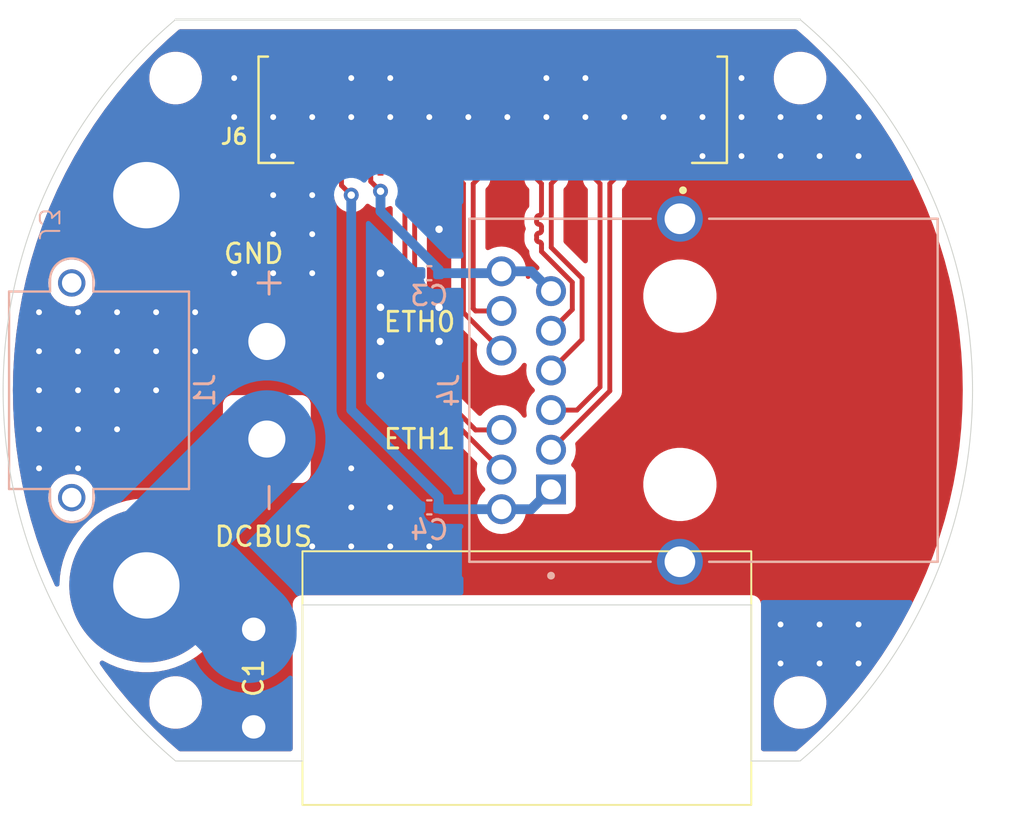
<source format=kicad_pcb>
(kicad_pcb (version 20240108) (generator "pcbnew") (generator_version "8.0")
  (layers (0 "F.Cu" signal "Front Layer") (31 "B.Cu" signal "Bottom Layer") (34 "B.Paste" user) (35 "F.Paste" user) (36 "B.SilkS" user "B.Silkscreen") (37 "F.SilkS" user "F.Silkscreen") (38 "B.Mask" user) (39 "F.Mask" user) (44 "Edge.Cuts" user))
  (net 0 "")
  (net 1 "DCBUS")
  (net 2 "GND")
  (net 3 "/ETH0_TX_N")
  (net 4 "/ETH1_CT1")
  (net 5 "/ETH0_RX_P")
  (net 6 "/ETH1_RX_P")
  (net 7 "/ETH1_TX_N")
  (net 8 "/ETH0_CT1")
  (net 9 "/ETH1_RX_N")
  (net 10 "/ETH0_RX_N")
  (net 11 "/ETH0_TX_P")
  (net 12 "/ETH1_TX_P")
  (net 13 "SHIELD")
  (footprint "Caps:CP_Radial_D13.0mm_P5.00mm-Horizontal" (layer "F.Cu") (at 138 114.75)
    (property "Reference" "C1" (at 0 0 -90) (layer "F.SilkS"))
    (property "Value" "100V 330uF")
    (fp_rect (start 2.5 -6.5) (end 25.5 6.5) (stroke (width 0.1)) (fill none) (layer "F.SilkS"))
    (pad "1" thru_hole rect (at 0 -2.5) (size 2.4 2.4) (drill 1.2) (layers "*.Cu" "*.Mask") (net 1 "DCBUS"))
    (pad "2" thru_hole circle (at 0 2.5 270) (size 2.4 2.4) (drill 1.2) (layers "*.Cu" "*.Mask") (net 2 "GND"))
  )
  (footprint "MountingHole:MountingHole_2.2mm_M2" (layer "F.Cu") (at 166 116)
    (property "Reference" "H4" (hide yes))
    (property "Value" "MountingHole" (hide yes))
    (pad "" np_thru_hole circle (at 0 0) (size 2.2 2.2) (drill 2.2) (layers "*.Cu" "*.Mask"))
  )
  (footprint "FH41:HRS_FH41-40S-0.5SH_05_" (layer "F.Cu") (at 150.25 85.7 180)
    (property "Reference" "J6" (at 13.25 -1.3 0) (layer "F.SilkS") (effects (font (size 0.787402 0.787402))))
    (property "Value" "FH41-40S-0.5SH_05_")
    (fp_line (start 12 2.8) (end 12 -2.65) (stroke (width 0.127)) (layer "F.SilkS"))
    (fp_line (start 12 -2.65) (end 10.22 -2.65) (stroke (width 0.127)) (layer "F.SilkS"))
    (fp_line (start 11.52 2.8) (end 12 2.8) (stroke (width 0.127)) (layer "F.SilkS"))
    (fp_line (start -10.22 -2.65) (end -12 -2.65) (stroke (width 0.127)) (layer "F.SilkS"))
    (fp_line (start -12 2.8) (end -11.52 2.8) (stroke (width 0.127)) (layer "F.SilkS"))
    (fp_line (start -12 -2.65) (end -12 2.8) (stroke (width 0.127)) (layer "F.SilkS"))
    (fp_circle (center -9.75 -4.05) (end -9.65 -4.05) (stroke (width 0.2)) (fill none) (layer "F.SilkS"))
    (pad "1" smd rect (at -9.75 -2.975 180) (size 0.3 0.65) (layers "F.Cu") (net 2 "GND"))
    (pad "2" smd rect (at -9.25 -2.975 180) (size 0.3 0.65) (layers "F.Cu") (net 2 "GND"))
    (pad "3" smd rect (at -8.75 -2.975 180) (size 0.3 0.65) (layers "F.Cu") (net 2 "GND"))
    (pad "4" smd rect (at -8.25 -2.975 180) (size 0.3 0.65) (layers "F.Cu") (net 2 "GND"))
    (pad "5" smd rect (at -7.75 -2.975 180) (size 0.3 0.65) (layers "F.Cu") (net 2 "GND"))
    (pad "6" smd rect (at -7.25 -2.975 180) (size 0.3 0.65) (layers "F.Cu") (net 2 "GND"))
    (pad "7" smd rect (at -6.75 -2.975 180) (size 0.3 0.65) (layers "F.Cu") (net 2 "GND"))
    (pad "8" smd rect (at -6.25 -2.975 180) (size 0.3 0.65) (layers "F.Cu") (net 9 "/ETH1_RX_N"))
    (pad "9" smd rect (at -5.75 -2.975 180) (size 0.3 0.65) (layers "F.Cu") (net 2 "GND"))
    (pad "10" smd rect (at -5.25 -2.975 180) (size 0.3 0.65) (layers "F.Cu") (net 6 "/ETH1_RX_P"))
    (pad "11" smd rect (at -4.75 -2.975 180) (size 0.3 0.65) (layers "F.Cu") (net 2 "GND"))
    (pad "12" smd rect (at -4.25 -2.975 180) (size 0.3 0.65) (layers "F.Cu") (net 2 "GND"))
    (pad "13" smd rect (at -3.75 -2.975 180) (size 0.3 0.65) (layers "F.Cu") (net 2 "GND"))
    (pad "14" smd rect (at -3.25 -2.975 180) (size 0.3 0.65) (layers "F.Cu") (net 11 "/ETH0_TX_P"))
    (pad "15" smd rect (at -2.75 -2.975 180) (size 0.3 0.65) (layers "F.Cu") (net 2 "GND"))
    (pad "16" smd rect (at -2.25 -2.975 180) (size 0.3 0.65) (layers "F.Cu") (net 3 "/ETH0_TX_N"))
    (pad "17" smd rect (at -1.75 -2.975 180) (size 0.3 0.65) (layers "F.Cu") (net 2 "GND"))
    (pad "18" smd rect (at -1.25 -2.975 180) (size 0.3 0.65) (layers "F.Cu") (net 2 "GND"))
    (pad "19" smd rect (at -0.75 -2.975 180) (size 0.3 0.65) (layers "F.Cu") (net 2 "GND"))
    (pad "20" smd rect (at -0.25 -2.975 180) (size 0.3 0.65) (layers "F.Cu") (net 2 "GND"))
    (pad "21" smd rect (at 0.25 -2.975 180) (size 0.3 0.65) (layers "F.Cu") (net 2 "GND"))
    (pad "22" smd rect (at 0.75 -2.975 180) (size 0.3 0.65) (layers "F.Cu") (net 5 "/ETH0_RX_P"))
    (pad "23" smd rect (at 1.25 -2.975 180) (size 0.3 0.65) (layers "F.Cu") (net 2 "GND"))
    (pad "24" smd rect (at 1.75 -2.975 180) (size 0.3 0.65) (layers "F.Cu") (net 10 "/ETH0_RX_N"))
    (pad "25" smd rect (at 2.25 -2.975 180) (size 0.3 0.65) (layers "F.Cu") (net 2 "GND"))
    (pad "26" smd rect (at 2.75 -2.975 180) (size 0.3 0.65) (layers "F.Cu") (net 2 "GND"))
    (pad "27" smd rect (at 3.25 -2.975 180) (size 0.3 0.65) (layers "F.Cu") (net 2 "GND"))
    (pad "28" smd rect (at 3.75 -2.975 180) (size 0.3 0.65) (layers "F.Cu") (net 7 "/ETH1_TX_N"))
    (pad "29" smd rect (at 4.25 -2.975 180) (size 0.3 0.65) (layers "F.Cu") (net 2 "GND"))
    (pad "30" smd rect (at 4.75 -2.975 180) (size 0.3 0.65) (layers "F.Cu") (net 12 "/ETH1_TX_P"))
    (pad "31" smd rect (at 5.25 -2.975 180) (size 0.3 0.65) (layers "F.Cu") (net 2 "GND"))
    (pad "32" smd rect (at 5.75 -2.975 180) (size 0.3 0.65) (layers "F.Cu") (net 2 "GND"))
    (pad "33" smd rect (at 6.25 -2.975 180) (size 0.3 0.65) (layers "F.Cu") (net 8 "/ETH0_CT1"))
    (pad "34" smd rect (at 6.75 -2.975 180) (size 0.3 0.65) (layers "F.Cu") (net 2 "GND"))
    (pad "35" smd rect (at 7.25 -2.975 180) (size 0.3 0.65) (layers "F.Cu") (net 2 "GND"))
    (pad "36" smd rect (at 7.75 -2.975 180) (size 0.3 0.65) (layers "F.Cu") (net 4 "/ETH1_CT1"))
    (pad "37" smd rect (at 8.25 -2.975 180) (size 0.3 0.65) (layers "F.Cu") (net 2 "GND"))
    (pad "38" smd rect (at 8.75 -2.975 180) (size 0.3 0.65) (layers "F.Cu") (net 2 "GND"))
    (pad "39" smd rect (at 9.25 -2.975 180) (size 0.3 0.65) (layers "F.Cu") (net 2 "GND"))
    (pad "40" smd rect (at 9.75 -2.975 180) (size 0.3 0.65) (layers "F.Cu") (net 2 "GND"))
    (pad "41" smd rect (at -8.75 2.7 180) (size 0.3 1.2) (layers "F.Cu" "F.Mask") (net 13 "SHIELD"))
    (pad "42" smd rect (at -6.25 2.7 180) (size 0.3 1.2) (layers "F.Cu" "F.Mask") (net 13 "SHIELD"))
    (pad "43" smd rect (at -3.75 2.7 180) (size 0.3 1.2) (layers "F.Cu" "F.Mask") (net 13 "SHIELD"))
    (pad "44" smd rect (at -1.25 2.7 180) (size 0.3 1.2) (layers "F.Cu" "F.Mask") (net 13 "SHIELD"))
    (pad "45" smd rect (at 1.25 2.7 180) (size 0.3 1.2) (layers "F.Cu" "F.Mask") (net 13 "SHIELD"))
    (pad "46" smd rect (at 3.75 2.7 180) (size 0.3 1.2) (layers "F.Cu" "F.Mask") (net 13 "SHIELD"))
    (pad "47" smd rect (at 6.25 2.7 180) (size 0.3 1.2) (layers "F.Cu" "F.Mask") (net 13 "SHIELD"))
    (pad "48" smd rect (at 8.75 2.7 180) (size 0.3 1.2) (layers "F.Cu" "F.Mask") (net 13 "SHIELD"))
    (pad "49" smd rect (at -11 2.275 180) (size 0.4 1.55) (layers "F.Cu" "F.Paste" "F.Mask") (net 13 "SHIELD"))
    (pad "50" smd rect (at 11 2.275 180) (size 0.4 1.55) (layers "F.Cu" "F.Paste" "F.Mask") (net 13 "SHIELD"))
  )
  (footprint "MountingHole:MountingHole_2.2mm_M2" (layer "F.Cu") (at 134 116)
    (property "Reference" "H3" (hide yes))
    (property "Value" "MountingHole" (hide yes))
    (pad "" np_thru_hole circle (at 0 0) (size 2.2 2.2) (drill 2.2) (layers "*.Cu" "*.Mask"))
  )
  (footprint "MountingHole:MountingHole_2.2mm_M2" (layer "F.Cu") (at 166 84)
    (property "Reference" "H2" (hide yes))
    (property "Value" "MountingHole" (hide yes))
    (pad "" np_thru_hole circle (at 0 0) (size 2.2 2.2) (drill 2.2) (layers "*.Cu" "*.Mask"))
  )
  (footprint "MountingHole:MountingHole_2.2mm_M2" (layer "F.Cu") (at 134 84)
    (property "Reference" "H1" (hide yes))
    (property "Value" "MountingHole" (hide yes))
    (pad "" np_thru_hole circle (at 0 0) (size 2.2 2.2) (drill 2.2) (layers "*.Cu" "*.Mask"))
  )
  (footprint "Capacitor_SMD:C_0402_1005Metric" (layer "B.Cu") (at 147 106)
    (property "Reference" "C4" (at 0 1.16 0) (layer "B.SilkS") (effects (justify mirror)))
    (property "Value" "10pF")
    (fp_line (start 0.107836 -0.36) (end -0.107836 -0.36) (stroke (width 0.12)) (layer "B.SilkS"))
    (fp_line (start 0.107836 0.36) (end -0.107836 0.36) (stroke (width 0.12)) (layer "B.SilkS"))
    (pad "1" smd roundrect (at -0.48 0) (size 0.56 0.62) (layers "B.Cu" "B.Paste" "B.Mask") (net 2 "GND"))
    (pad "2" smd roundrect (at 0.48 0) (size 0.56 0.62) (layers "B.Cu" "B.Paste" "B.Mask") (net 4 "/ETH1_CT1"))
  )
  (footprint "Capacitor_SMD:C_0402_1005Metric" (layer "B.Cu") (at 147 94)
    (property "Reference" "C3" (at 0 1.16 0) (layer "B.SilkS") (effects (justify mirror)))
    (property "Value" "10pF")
    (fp_line (start 0.107836 -0.36) (end -0.107836 -0.36) (stroke (width 0.12)) (layer "B.SilkS"))
    (fp_line (start 0.107836 0.36) (end -0.107836 0.36) (stroke (width 0.12)) (layer "B.SilkS"))
    (pad "1" smd roundrect (at -0.48 0) (size 0.56 0.62) (layers "B.Cu" "B.Paste" "B.Mask") (net 2 "GND"))
    (pad "2" smd roundrect (at 0.48 0) (size 0.56 0.62) (layers "B.Cu" "B.Paste" "B.Mask") (net 8 "/ETH0_CT1"))
  )
  (footprint "holes:Dual Post" (layer "B.Cu") (at 132.5 100 90)
    (property "Reference" "J3" (at 8.5 -5 -90) (layer "B.SilkS") (effects (font (thickness 0.1)) (justify mirror)))
    (property "Value" "Mounting holes")
    (pad "1" thru_hole circle (at -10 0 90) (size 7.9 7.9) (drill 3.4) (layers "*.Cu" "*.Mask") (net 1 "DCBUS"))
    (pad "2" thru_hole circle (at 10 0 90) (size 7.9 7.9) (drill 3.4) (layers "*.Cu" "*.Mask") (net 2 "GND"))
  )
  (footprint "Connector_AMASS:AMASS_XT30PW-M_1x02_P2.50mm_Horizontal" (layer "B.Cu") (at 138.675 102.5 -90)
    (property "Reference" "J1" (at -2.5 3.175 90) (layer "B.SilkS") (effects (justify mirror)))
    (property "Value" "XT30PW-M")
    (fp_line (start 2.56 13.21) (end -7.56 13.21) (stroke (width 0.12)) (layer "B.SilkS"))
    (fp_line (start -7.56 11.11) (end -7.56 13.21) (stroke (width 0.12)) (layer "B.SilkS"))
    (fp_line (start -7.56 11.11) (end -8.15 11.11) (stroke (width 0.12)) (layer "B.SilkS"))
    (fp_line (start 2.56 11.11) (end 2.56 13.21) (stroke (width 0.12)) (layer "B.SilkS"))
    (fp_line (start 3.15 11.11) (end 2.56 11.11) (stroke (width 0.12)) (layer "B.SilkS"))
    (fp_line (start -7.56 8.89) (end -8.15 8.89) (stroke (width 0.12)) (layer "B.SilkS"))
    (fp_line (start 3.15 8.89) (end 2.56 8.89) (stroke (width 0.12)) (layer "B.SilkS"))
    (fp_line (start -7.56 3.99) (end -7.56 8.89) (stroke (width 0.12)) (layer "B.SilkS"))
    (fp_line (start 2.56 3.99) (end 2.56 8.89) (stroke (width 0.12)) (layer "B.SilkS"))
    (fp_line (start 2.56 3.99) (end -7.56 3.99) (stroke (width 0.12)) (layer "B.SilkS"))
    (fp_arc (start -8.15 11.11) (mid -9.26 10) (end -8.15 8.89) (stroke (width 0.12)) (layer "B.SilkS"))
    (fp_arc (start 3.15 8.89) (mid 4.26 10) (end 3.15 11.11) (stroke (width 0.12)) (layer "B.SilkS"))
    (fp_text user "+" (at -8 0 90) (layer "B.SilkS") (effects (font (size 1.5 1.5)) (justify mirror)))
    (fp_text user "-" (at 3 0 90) (layer "B.SilkS") (effects (font (size 1.5 1.5)) (justify mirror)))
    (pad "" thru_hole circle (at -8 10 270) (size 1.4 1.4) (drill 1) (layers "*.Cu" "*.Mask"))
    (pad "" thru_hole circle (at 3 10 270) (size 1.4 1.4) (drill 1) (layers "*.Cu" "*.Mask"))
    (pad "1" thru_hole rect (at 0 0 270) (size 3.5 3.5) (drill 1.9) (layers "*.Cu" "*.Mask") (net 1 "DCBUS"))
    (pad "2" thru_hole circle (at -5 0 270) (size 3.5 3.5) (drill 1.9) (layers "*.Cu" "*.Mask") (net 2 "GND"))
  )
  (footprint "RJ45:BEL_L8AL-1X1T-32A" (layer "B.Cu") (at 159.8425 100 90)
    (property "Reference" "J4" (at 0 -11.8425 90) (layer "B.SilkS") (effects (justify mirror)))
    (property "Value" "DNP")
    (fp_line (start 8.79 -10.79) (end -8.79 -10.79) (stroke (width 0.127)) (layer "B.SilkS"))
    (fp_line (start 8.79 -1.5) (end 8.79 -10.79) (stroke (width 0.127)) (layer "B.SilkS"))
    (fp_line (start -8.79 -1.5) (end -8.79 -10.79) (stroke (width 0.127)) (layer "B.SilkS"))
    (fp_line (start 8.79 13.21) (end 8.79 1.5) (stroke (width 0.127)) (layer "B.SilkS"))
    (fp_line (start 8.79 13.21) (end -8.79 13.21) (stroke (width 0.127)) (layer "B.SilkS"))
    (fp_line (start -8.79 13.21) (end -8.79 1.5) (stroke (width 0.127)) (layer "B.SilkS"))
    (fp_circle (center -9.5 -6.604) (end -9.4 -6.604) (stroke (width 0.2)) (fill none) (layer "B.SilkS"))
    (pad "" np_thru_hole circle (at -4.826 0 90) (size 3.2512 3.2512) (drill 3.2512) (layers "*.Cu" "*.Mask"))
    (pad "" np_thru_hole circle (at 4.826 0 90) (size 3.2512 3.2512) (drill 3.2512) (layers "*.Cu" "*.Mask"))
    (pad "1" thru_hole rect (at -5.08 -6.604 90) (size 1.53 1.53) (drill 1.02) (layers "*.Cu" "*.Mask") (net 4 "/ETH1_CT1"))
    (pad "2" thru_hole circle (at -3.048 -6.604 90) (size 1.53 1.53) (drill 1.02) (layers "*.Cu" "*.Mask") (net 9 "/ETH1_RX_N"))
    (pad "3" thru_hole circle (at -1.016 -6.604 90) (size 1.53 1.53) (drill 1.02) (layers "*.Cu" "*.Mask") (net 6 "/ETH1_RX_P"))
    (pad "4" thru_hole circle (at 1.016 -6.604 90) (size 1.53 1.53) (drill 1.02) (layers "*.Cu" "*.Mask") (net 11 "/ETH0_TX_P"))
    (pad "5" thru_hole circle (at 3.048 -6.604 90) (size 1.53 1.53) (drill 1.02) (layers "*.Cu" "*.Mask") (net 3 "/ETH0_TX_N"))
    (pad "6" thru_hole circle (at 5.08 -6.604 90) (size 1.53 1.53) (drill 1.02) (layers "*.Cu" "*.Mask") (net 8 "/ETH0_CT1"))
    (pad "7" thru_hole circle (at -6.096 -9.144 90) (size 1.53 1.53) (drill 1.02) (layers "*.Cu" "*.Mask") (net 4 "/ETH1_CT1"))
    (pad "8" thru_hole circle (at -4.064 -9.144 90) (size 1.53 1.53) (drill 1.02) (layers "*.Cu" "*.Mask") (net 12 "/ETH1_TX_P"))
    (pad "9" thru_hole circle (at -2.032 -9.144 90) (size 1.53 1.53) (drill 1.02) (layers "*.Cu" "*.Mask") (net 7 "/ETH1_TX_N"))
    (pad "10" thru_hole circle (at 2.032 -9.144 90) (size 1.53 1.53) (drill 1.02) (layers "*.Cu" "*.Mask") (net 10 "/ETH0_RX_N"))
    (pad "11" thru_hole circle (at 4.064 -9.144 90) (size 1.53 1.53) (drill 1.02) (layers "*.Cu" "*.Mask") (net 5 "/ETH0_RX_P"))
    (pad "12" thru_hole circle (at 6.096 -9.144 90) (size 1.53 1.53) (drill 1.02) (layers "*.Cu" "*.Mask") (net 8 "/ETH0_CT1"))
    (pad "S1" thru_hole circle (at -8.7884 0 90) (size 2.355 2.355) (drill 1.57) (layers "*.Cu" "*.Mask") (net 2 "GND"))
    (pad "S2" thru_hole circle (at 8.7884 0 90) (size 2.355 2.355) (drill 1.57) (layers "*.Cu" "*.Mask") (net 2 "GND"))
    (zone (net 0) (net_name "") (layer "B.Cu") (connect_pads (clearance 0)) (min_thickness 0.01)
      (keepout (tracks not_allowed) (vias not_allowed) (pads not_allowed) (copperpour not_allowed) (footprints allowed))
      (fill (thermal_gap 0.508) (thermal_bridge_width 0.508))
      (polygon (pts (xy 151.4625 101.395) (xy 151.4625 98.605) (xy 148.6725 98.605) (xy 148.6725 101.395)))
    )
    (zone (net 0) (net_name "") (layer "B.Cu") (connect_pads (clearance 0)) (min_thickness 0.01)
      (keepout (tracks not_allowed) (vias not_allowed) (pads not_allowed) (copperpour not_allowed) (footprints allowed))
      (fill (thermal_gap 0.508) (thermal_bridge_width 0.508))
      (polygon (pts (xy 148.6725 107.11) (xy 170.0025 107.11) (xy 170.0025 92.89) (xy 148.6725 92.89) (xy 148.6725 90.475) (xy 173.0525 90.475) (xy 173.0525 109.525) (xy 148.6725 109.525)))
    )
  )
  (gr_arc (start 134 118.999999) (mid 125.160516 100) (end 134 81.000001) (stroke (width 0.05)) (layer "Edge.Cuts"))
  (gr_line (start 140.5 119) (end 140.5 111) (stroke (width 0.05)) (layer "Edge.Cuts"))
  (gr_arc (start 166 81.000001) (mid 174.839484 100) (end 166 118.999999) (stroke (width 0.05)) (layer "Edge.Cuts"))
  (gr_line (start 140.5 111) (end 163.5 111) (stroke (width 0.05)) (layer "Edge.Cuts"))
  (gr_line (start 134 118.999999) (end 140.5 119) (stroke (width 0.05)) (layer "Edge.Cuts"))
  (gr_line (start 163.5 111) (end 163.5 119) (stroke (width 0.05)) (layer "Edge.Cuts"))
  (gr_line (start 163.5 119) (end 166 118.999999) (stroke (width 0.05)) (layer "Edge.Cuts"))
  (gr_line (start 134 81) (end 166 81) (stroke (width 0.1)) (layer "Edge.Cuts"))
  (gr_text "ETH0" (at 146.5 96.5 0) (layer "F.SilkS") (effects (font (size 1 1))))
  (gr_text "GND" (at 138 93 0) (layer "F.SilkS") (effects (font (size 1 1))))
  (gr_text "ETH1" (at 146.5 102.5 0) (layer "F.SilkS") (effects (font (size 1 1))))
  (gr_text "DCBUS" (at 138.5 107.5 0) (layer "F.SilkS") (effects (font (size 1 1))))
  (segment (start 132.5 110) (end 132.5 108.675) (width 5) (layer "B.Cu") (net 1))
  (segment (start 132.5 108.675) (end 138.675 102.5) (width 5) (layer "B.Cu") (net 1))
  (segment (start 137.7 112.2) (end 137.7 112.5) (width 5) (layer "B.Cu") (net 1))
  (segment (start 132.5 110) (end 135.5 110) (width 5) (layer "B.Cu") (net 1))
  (segment (start 135.5 110) (end 137.7 112.2) (width 5) (layer "B.Cu") (net 1))
  (segment (start 154 88.675) (end 154 88) (width 0.25) (layer "F.Cu") (net 2))
  (segment (start 155 88.675) (end 155 88) (width 0.25) (layer "F.Cu") (net 2))
  (segment (start 142 88) (end 142.25 87.75) (width 0.25) (layer "F.Cu") (net 2))
  (segment (start 142 88.675) (end 142 88) (width 0.25) (layer "F.Cu") (net 2))
  (segment (start 150 88.675) (end 150 88) (width 0.25) (layer "F.Cu") (net 2))
  (segment (start 148 88.675) (end 148 88) (width 0.25) (layer "F.Cu") (net 2))
  (segment (start 154 88) (end 153.75 87.75) (width 0.25) (layer "F.Cu") (net 2))
  (segment (start 152 88.675) (end 152 88.05) (width 0.25) (layer "F.Cu") (net 2))
  (segment (start 152 88.05) (end 152.25 87.8) (width 0.25) (layer "F.Cu") (net 2))
  (segment (start 149 88.675) (end 149 87.75) (width 0.25) (layer "F.Cu") (net 2))
  (segment (start 145 88) (end 145.25 87.75) (width 0.25) (layer "F.Cu") (net 2))
  (segment (start 144.5 88.675) (end 144.5 88) (width 0.25) (layer "F.Cu") (net 2))
  (segment (start 143 88.05) (end 142.7 87.75) (width 0.25) (layer "F.Cu") (net 2))
  (segment (start 150 88) (end 149.75 87.75) (width 0.25) (layer "F.Cu") (net 2))
  (segment (start 147 88) (end 146.75 87.75) (width 0.25) (layer "F.Cu") (net 2))
  (segment (start 143.5 88.675) (end 143.5 88) (width 0.25) (layer "F.Cu") (net 2))
  (segment (start 144.5 88) (end 144.25 87.75) (width 0.25) (layer "F.Cu") (net 2))
  (segment (start 156 88.675) (end 156 87.75) (width 0.25) (layer "F.Cu") (net 2))
  (segment (start 157 88.675) (end 157 88) (width 0.25) (layer "F.Cu") (net 2))
  (segment (start 143.5 88) (end 143.75 87.75) (width 0.25) (layer "F.Cu") (net 2))
  (segment (start 143 88.675) (end 143 88.05) (width 0.25) (layer "F.Cu") (net 2))
  (segment (start 147 88.675) (end 147 88) (width 0.25) (layer "F.Cu") (net 2))
  (segment (start 157 88) (end 156.75 87.75) (width 0.25) (layer "F.Cu") (net 2))
  (segment (start 155 88) (end 155.25 87.75) (width 0.25) (layer "F.Cu") (net 2))
  (segment (start 146 88) (end 145.75 87.75) (width 0.25) (layer "F.Cu") (net 2))
  (segment (start 153 88.675) (end 153 87.75) (width 0.25) (layer "F.Cu") (net 2))
  (segment (start 148 88) (end 148.25 87.75) (width 0.25) (layer "F.Cu") (net 2))
  (segment (start 145 88.675) (end 145 88) (width 0.25) (layer "F.Cu") (net 2))
  (segment (start 146 88.675) (end 146 88) (width 0.25) (layer "F.Cu") (net 2))
  (via (at 137 84) (size 0.6) (drill 0.3) (layers "F.Cu" "B.Cu") (net 2))
  (via (at 147 86) (size 0.6) (drill 0.3) (layers "F.Cu" "B.Cu") (net 2))
  (via (at 141 86) (size 0.6) (drill 0.3) (layers "F.Cu" "B.Cu") (net 2))
  (via (at 133 96) (size 0.6) (drill 0.3) (layers "F.Cu" "B.Cu") (net 2))
  (via (at 163 86) (size 0.6) (drill 0.3) (layers "F.Cu" "B.Cu") (net 2))
  (via (at 141 108) (size 0.6) (drill 0.3) (layers "F.Cu" "B.Cu") (net 2))
  (via (at 133 98) (size 0.6) (drill 0.3) (layers "F.Cu" "B.Cu") (net 2))
  (via (at 157 86) (size 0.6) (drill 0.3) (layers "F.Cu" "B.Cu") (net 2))
  (via (at 144.5 94) (size 0.762) (drill 0.381) (layers "F.Cu" "B.Cu") (net 2))
  (via (at 153 86) (size 0.6) (drill 0.3) (layers "F.Cu" "B.Cu") (net 2))
  (via (at 165 114) (size 0.6) (drill 0.3) (layers "F.Cu" "B.Cu") (net 2))
  (via (at 155 86) (size 0.6) (drill 0.3) (layers "F.Cu" "B.Cu") (net 2))
  (via (at 163 88) (size 0.6) (drill 0.3) (layers "F.Cu" "B.Cu") (net 2))
  (via (at 169 88) (size 0.6) (drill 0.3) (layers "F.Cu" "B.Cu") (net 2))
  (via (at 145 86) (size 0.6) (drill 0.3) (layers "F.Cu" "B.Cu") (net 2))
  (via (at 167 114) (size 0.6) (drill 0.3) (layers "F.Cu" "B.Cu") (net 2))
  (via (at 139 86) (size 0.6) (drill 0.3) (layers "F.Cu" "B.Cu") (net 2))
  (via (at 147.5 91.75) (size 0.762) (drill 0.381) (layers "F.Cu" "B.Cu") (net 2))
  (via (at 155 84) (size 0.6) (drill 0.3) (layers "F.Cu" "B.Cu") (net 2))
  (via (at 145 108) (size 0.6) (drill 0.3) (layers "F.Cu" "B.Cu") (net 2))
  (via (at 141 94) (size 0.6) (drill 0.3) (layers "F.Cu" "B.Cu") (net 2))
  (via (at 169 112) (size 0.6) (drill 0.3) (layers "F.Cu" "B.Cu") (net 2))
  (via (at 129 102) (size 0.6) (drill 0.3) (layers "F.Cu" "B.Cu") (net 2))
  (via (at 163 84) (size 0.6) (drill 0.3) (layers "F.Cu" "B.Cu") (net 2))
  (via (at 165 88) (size 0.6) (drill 0.3) (layers "F.Cu" "B.Cu") (net 2))
  (via (at 165 112) (size 0.6) (drill 0.3) (layers "F.Cu" "B.Cu") (net 2))
  (via (at 167 86) (size 0.6) (drill 0.3) (layers "F.Cu" "B.Cu") (net 2))
  (via (at 135 98) (size 0.6) (drill 0.3) (layers "F.Cu" "B.Cu") (net 2))
  (via (at 127 96) (size 0.6) (drill 0.3) (layers "F.Cu" "B.Cu") (net 2))
  (via (at 151 86) (size 0.6) (drill 0.3) (layers "F.Cu" "B.Cu") (net 2))
  (via (at 147 108) (size 0.6) (drill 0.3) (layers "F.Cu" "B.Cu") (net 2))
  (via (at 144.5 95.75) (size 0.762) (drill 0.381) (layers "F.Cu" "B.Cu") (net 2))
  (via (at 159 86) (size 0.6) (drill 0.3) (layers "F.Cu" "B.Cu") (net 2))
  (via (at 167 112) (size 0.6) (drill 0.3) (layers "F.Cu" "B.Cu") (net 2))
  (via (at 169 114) (size 0.6) (drill 0.3) (layers "F.Cu" "B.Cu") (net 2))
  (via (at 137 94) (size 0.6) (drill 0.3) (layers "F.Cu" "B.Cu") (net 2))
  (via (at 153 84) (size 0.6) (drill 0.3) (layers "F.Cu" "B.Cu") (net 2))
  (via (at 137 86) (size 0.6) (drill 0.3) (layers "F.Cu" "B.Cu") (net 2))
  (via (at 147.5 97.5) (size 0.762) (drill 0.381) (layers "F.Cu" "B.Cu") (net 2))
  (via (at 143 86) (size 0.6) (drill 0.3) (layers "F.Cu" "B.Cu") (net 2))
  (via (at 149 86) (size 0.6) (drill 0.3) (layers "F.Cu" "B.Cu") (net 2))
  (via (at 131 98) (size 0.6) (drill 0.3) (layers "F.Cu" "B.Cu") (net 2))
  (via (at 127 100) (size 0.6) (drill 0.3) (layers "F.Cu" "B.Cu") (net 2))
  (via (at 144.5 99.25) (size 0.762) (drill 0.381) (layers "F.Cu" "B.Cu") (net 2))
  (via (at 143 106) (size 0.6) (drill 0.3) (layers "F.Cu" "B.Cu") (net 2))
  (via (at 141 92) (size 0.6) (drill 0.3) (layers "F.Cu" "B.Cu") (net 2))
  (via (at 127 104) (size 0.6) (drill 0.3) (layers "F.Cu" "B.Cu") (net 2))
  (via (at 129 100) (size 0.6) (drill 0.3) (layers "F.Cu" "B.Cu") (net 2))
  (via (at 135 96) (size 0.6) (drill 0.3) (layers "F.Cu" "B.Cu") (net 2))
  (via (at 133 100) (size 0.6) (drill 0.3) (layers "F.Cu" "B.Cu") (net 2))
  (via (at 127 98) (size 0.6) (drill 0.3) (layers "F.Cu" "B.Cu") (net 2))
  (via (at 131 96) (size 0.6) (drill 0.3) (layers "F.Cu" "B.Cu") (net 2))
  (via (at 145 106) (size 0.6) (drill 0.3) (layers "F.Cu" "B.Cu") (net 2))
  (via (at 167 88) (size 0.6) (drill 0.3) (layers "F.Cu" "B.Cu") (net 2))
  (via (at 143 104) (size 0.6) (drill 0.3) (layers "F.Cu" "B.Cu") (net 2))
  (via (at 169 86) (size 0.6) (drill 0.3) (layers "F.Cu" "B.Cu") (net 2))
  (via (at 139 88) (size 0.6) (drill 0.3) (layers "F.Cu" "B.Cu") (net 2))
  (via (at 161 86) (size 0.6) (drill 0.3) (layers "F.Cu" "B.Cu") (net 2))
  (via (at 139 92) (size 0.6) (drill 0.3) (layers "F.Cu" "B.Cu") (net 2))
  (via (at 129 104) (size 0.6) (drill 0.3) (layers "F.Cu" "B.Cu") (net 2))
  (via (at 129 98) (size 0.6) (drill 0.3) (layers "F.Cu" "B.Cu") (net 2))
  (via (at 129 96) (size 0.6) (drill 0.3) (layers "F.Cu" "B.Cu") (net 2))
  (via (at 131 100) (size 0.6) (drill 0.3) (layers "F.Cu" "B.Cu") (net 2))
  (via (at 131 102) (size 0.6) (drill 0.3) (layers "F.Cu" "B.Cu") (net 2))
  (via (at 143 108) (size 0.6) (drill 0.3) (layers "F.Cu" "B.Cu") (net 2))
  (via (at 144.5 97.5) (size 0.762) (drill 0.381) (layers "F.Cu" "B.Cu") (net 2))
  (via (at 139 94) (size 0.6) (drill 0.3) (layers "F.Cu" "B.Cu") (net 2))
  (via (at 141 90) (size 0.6) (drill 0.3) (layers "F.Cu" "B.Cu") (net 2))
  (via (at 161 88) (size 0.6) (drill 0.3) (layers "F.Cu" "B.Cu") (net 2))
  (via (at 139 90) (size 0.6) (drill 0.3) (layers "F.Cu" "B.Cu") (net 2))
  (via (at 165 86) (size 0.6) (drill 0.3) (layers "F.Cu" "B.Cu") (net 2))
  (via (at 147.5 95.75) (size 0.762) (drill 0.381) (layers "F.Cu" "B.Cu") (net 2))
  (via (at 143 84) (size 0.6) (drill 0.3) (layers "F.Cu" "B.Cu") (net 2))
  (via (at 127 102) (size 0.6) (drill 0.3) (layers "F.Cu" "B.Cu") (net 2))
  (via (at 145 84) (size 0.6) (drill 0.3) (layers "F.Cu" "B.Cu") (net 2))
  (segment (start 152.5 88.675) (end 152.5 89.162501) (width 0.25) (layer "F.Cu") (net 3))
  (segment (start 152.75 92.890007) (end 154.3285 94.468507) (width 0.25) (layer "F.Cu") (net 3))
  (segment (start 152.5 89.162501) (end 152.75 89.412501) (width 0.25) (layer "F.Cu") (net 3))
  (segment (start 154.3285 94.468507) (end 154.3285 95.862) (width 0.25) (layer "F.Cu") (net 3))
  (segment (start 154.3285 95.862) (end 153.2385 96.952) (width 0.25) (layer "F.Cu") (net 3))
  (segment (start 152.5 92.069984) (end 152.5 92.269984) (width 0.25) (layer "F.Cu") (net 3))
  (segment (start 152.75 89.412501) (end 152.75 90.919984) (width 0.25) (layer "F.Cu") (net 3))
  (segment (start 152.5 91.169984) (end 152.5 91.369984) (width 0.25) (layer "F.Cu") (net 3))
  (segment (start 152.75 91.619984) (end 152.75 91.819984) (width 0.25) (layer "F.Cu") (net 3))
  (segment (start 152.75 92.719984) (end 152.75 92.890007) (width 0.25) (layer "F.Cu") (net 3))
  (segment (start 152.75 92.519984) (end 152.75 92.719984) (width 0.25) (layer "F.Cu") (net 3))
  (arc (start 152.75 91.819984) (mid 152.713388 91.908372) (end 152.625 91.944984) (width 0.25) (layer "F.Cu") (net 3))
  (arc (start 152.5 91.369984) (mid 152.536612 91.458372) (end 152.625 91.494984) (width 0.25) (layer "F.Cu") (net 3))
  (arc (start 152.625 91.944984) (mid 152.536612 91.981596) (end 152.5 92.069984) (width 0.25) (layer "F.Cu") (net 3))
  (arc (start 152.5 92.269984) (mid 152.536612 92.358372) (end 152.625 92.394984) (width 0.25) (layer "F.Cu") (net 3))
  (arc (start 152.625 92.394984) (mid 152.713388 92.431596) (end 152.75 92.519984) (width 0.25) (layer "F.Cu") (net 3))
  (arc (start 152.625 91.494984) (mid 152.713388 91.531596) (end 152.75 91.619984) (width 0.25) (layer "F.Cu") (net 3))
  (arc (start 152.625 91.044984) (mid 152.536612 91.081596) (end 152.5 91.169984) (width 0.25) (layer "F.Cu") (net 3))
  (arc (start 152.75 90.919984) (mid 152.713388 91.008372) (end 152.625 91.044984) (width 0.25) (layer "F.Cu") (net 3))
  (segment (start 142.5 88.675) (end 142.5 89.5) (width 0.25) (layer "F.Cu") (net 4))
  (segment (start 142.5 89.5) (end 143 90) (width 0.25) (layer "F.Cu") (net 4))
  (via (at 143 90) (size 0.762) (drill 0.381) (layers "F.Cu" "B.Cu") (net 4))
  (segment (start 147.48 105.48) (end 143 101) (width 0.5) (layer "B.Cu") (net 4))
  (segment (start 147.48 106) (end 147.48 105.48) (width 0.5) (layer "B.Cu") (net 4))
  (segment (start 152.2225 106.096) (end 153.2385 105.08) (width 0.5) (layer "B.Cu") (net 4))
  (segment (start 150.6985 106.096) (end 152.2225 106.096) (width 0.5) (layer "B.Cu") (net 4))
  (segment (start 147.576 106.096) (end 147.48 106) (width 0.5) (layer "B.Cu") (net 4))
  (segment (start 143 101) (end 143 90) (width 0.5) (layer "B.Cu") (net 4))
  (segment (start 150.6985 106.096) (end 147.576 106.096) (width 0.5) (layer "B.Cu") (net 4))
  (segment (start 149.25 89.412501) (end 149.5 89.162501) (width 0.25) (layer "F.Cu") (net 5))
  (segment (start 150.6985 95.936) (end 149.373607 95.936) (width 0.25) (layer "F.Cu") (net 5))
  (segment (start 149.5 89.162501) (end 149.5 88.675) (width 0.25) (layer "F.Cu") (net 5))
  (segment (start 149.25 95.812393) (end 149.25 89.412501) (width 0.25) (layer "F.Cu") (net 5))
  (segment (start 149.373607 95.936) (end 149.25 95.812393) (width 0.25) (layer "F.Cu") (net 5))
  (segment (start 155.75 99.829393) (end 154.563393 101.016) (width 0.25) (layer "F.Cu") (net 6))
  (segment (start 155.5 89.162501) (end 155.75 89.412501) (width 0.25) (layer "F.Cu") (net 6))
  (segment (start 154.563393 101.016) (end 153.2385 101.016) (width 0.25) (layer "F.Cu") (net 6))
  (segment (start 155.75 89.412501) (end 155.75 99.829393) (width 0.25) (layer "F.Cu") (net 6))
  (segment (start 155.5 88.675) (end 155.5 89.162501) (width 0.25) (layer "F.Cu") (net 6))
  (segment (start 150.6985 102.032) (end 149.373607 102.032) (width 0.25) (layer "F.Cu") (net 7))
  (segment (start 146.25 98.908393) (end 146.25 89.412501) (width 0.25) (layer "F.Cu") (net 7))
  (segment (start 146.25 89.412501) (end 146.5 89.162501) (width 0.25) (layer "F.Cu") (net 7))
  (segment (start 146.5 89.162501) (end 146.5 88.675) (width 0.25) (layer "F.Cu") (net 7))
  (segment (start 149.373607 102.032) (end 146.25 98.908393) (width 0.25) (layer "F.Cu") (net 7))
  (segment (start 144 88.675) (end 144 89.3) (width 0.25) (layer "F.Cu") (net 8))
  (segment (start 144 89.3) (end 144.5 89.8) (width 0.25) (layer "F.Cu") (net 8))
  (via (at 144.5 89.8) (size 0.762) (drill 0.381) (layers "F.Cu" "B.Cu") (net 8))
  (segment (start 147.48 94) (end 150.6025 94) (width 0.5) (layer "B.Cu") (net 8))
  (segment (start 150.6025 94) (end 150.6985 93.904) (width 0.5) (layer "B.Cu") (net 8))
  (segment (start 147.48 94) (end 147.48 93.811734) (width 0.5) (layer "B.Cu") (net 8))
  (segment (start 147.48 93.811734) (end 144.5 90.831734) (width 0.5) (layer "B.Cu") (net 8))
  (segment (start 144.5 90.831734) (end 144.5 89.8) (width 0.5) (layer "B.Cu") (net 8))
  (segment (start 152.2225 93.904) (end 153.2385 94.92) (width 0.5) (layer "B.Cu") (net 8))
  (segment (start 150.6985 93.904) (end 152.2225 93.904) (width 0.5) (layer "B.Cu") (net 8))
  (segment (start 156.5 88.675) (end 156.5 89.162501) (width 0.25) (layer "F.Cu") (net 9))
  (segment (start 156.25 89.412501) (end 156.25 100.0365) (width 0.25) (layer "F.Cu") (net 9))
  (segment (start 156.5 89.162501) (end 156.25 89.412501) (width 0.25) (layer "F.Cu") (net 9))
  (segment (start 156.25 100.0365) (end 153.2385 103.048) (width 0.25) (layer "F.Cu") (net 9))
  (segment (start 148.75 89.412501) (end 148.5 89.162501) (width 0.25) (layer "F.Cu") (net 10))
  (segment (start 148.5 89.162501) (end 148.5 88.675) (width 0.25) (layer "F.Cu") (net 10))
  (segment (start 148.75 96.0195) (end 148.75 89.412501) (width 0.25) (layer "F.Cu") (net 10))
  (segment (start 150.6985 97.968) (end 148.75 96.0195) (width 0.25) (layer "F.Cu") (net 10))
  (segment (start 153.25 92.682929) (end 154.82848 94.261409) (width 0.25) (layer "F.Cu") (net 11))
  (segment (start 153.25 89.412501) (end 153.25 92.682929) (width 0.25) (layer "F.Cu") (net 11))
  (segment (start 153.5 88.675) (end 153.5 89.162501) (width 0.25) (layer "F.Cu") (net 11))
  (segment (start 154.82848 94.261409) (end 154.82848 97.39402) (width 0.25) (layer "F.Cu") (net 11))
  (segment (start 153.5 89.162501) (end 153.25 89.412501) (width 0.25) (layer "F.Cu") (net 11))
  (segment (start 154.82848 97.39402) (end 153.2385 98.984) (width 0.25) (layer "F.Cu") (net 11))
  (segment (start 145.75 89.412501) (end 145.5 89.162501) (width 0.25) (layer "F.Cu") (net 12))
  (segment (start 150.6985 104.064) (end 145.75 99.1155) (width 0.25) (layer "F.Cu") (net 12))
  (segment (start 145.75 99.1155) (end 145.75 89.412501) (width 0.25) (layer "F.Cu") (net 12))
  (segment (start 145.5 89.162501) (end 145.5 88.675) (width 0.25) (layer "F.Cu") (net 12))
  (zone (net 2) (net_name "GND") (layer "F.Cu") (connect_pads yes (clearance 0.5)) (min_thickness 0.25) (fill yes (thermal_gap 0.5) (thermal_bridge_width 0.5))
    (polygon (pts (xy 125 80) (xy 177.5 80) (xy 177.5 122.5) (xy 125.25 122.5)))
  )
  (zone (net 2) (net_name "GND") (layer "B.Cu") (priority 1) (connect_pads yes (clearance 0.5)) (min_thickness 0.25) (fill yes (thermal_gap 0.5) (thermal_bridge_width 0.5))
    (polygon (pts (xy 125 80) (xy 177.5 80) (xy 177.5 89.25) (xy 148.75 89.25) (xy 148.75 110.75) (xy 173.25 110.75) (xy 173.25 121) (xy 125.25 121)))
  )
)
</source>
